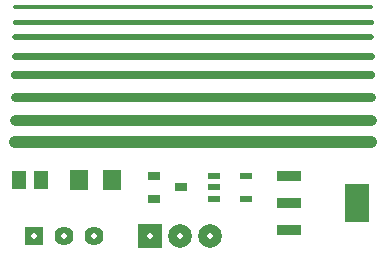
<source format=gbr>
G04 DipTrace 3.1.0.0*
G04 Top.gbr*
%MOIN*%
G04 #@! TF.FileFunction,Copper,L1,Top*
G04 #@! TF.Part,Single*
%ADD19C,0.019685*%
G04 #@! TA.AperFunction,Conductor*
%ADD13C,0.027559*%
%ADD14C,0.031496*%
%ADD15C,0.035433*%
%ADD16C,0.03937*%
%ADD17C,0.015748*%
%ADD18C,0.023622*%
%ADD20C,0.011811*%
%ADD21R,0.051181X0.059055*%
%ADD22R,0.062992X0.070866*%
%ADD24R,0.041339X0.025591*%
G04 #@! TA.AperFunction,ComponentPad*
%ADD25R,0.07874X0.07874*%
%ADD26C,0.07874*%
%ADD27R,0.06378X0.06378*%
%ADD28C,0.06378*%
%ADD30R,0.084646X0.037402*%
%ADD31R,0.084646X0.127953*%
%ADD33R,0.043307X0.023622*%
%FSLAX26Y26*%
G04*
G70*
G90*
G75*
G01*
G04 Top*
%LPD*%
X481201Y1131201D2*
D13*
X1668701D1*
X481201Y1056201D2*
D14*
X1668701D1*
X481201Y981201D2*
D15*
X1668701D1*
X481201Y906201D2*
D16*
X1668701D1*
X481201Y1306201D2*
D17*
X1668701D1*
X481201Y1193701D2*
D18*
X1668701D1*
X481201Y1256201D2*
D19*
X1668701D1*
X481201Y1356201D2*
D20*
X1668701D1*
D21*
X493701Y781201D3*
X568504D3*
D22*
X693701D3*
X803937D3*
D24*
X943701Y793701D3*
Y718898D3*
X1034252Y756299D3*
D25*
X931201Y593701D3*
D26*
X1031201D3*
X1131201D3*
D27*
X543701D3*
D28*
X643701D3*
X743701D3*
D30*
X1393701Y793701D3*
Y703150D3*
Y612598D3*
D31*
X1622047Y703150D3*
D33*
X1143701Y793701D3*
Y756299D3*
Y718898D3*
X1250000D3*
Y793701D3*
G04 Top Clear*
%LPC*%
D19*
X931201Y593701D3*
X1031201D3*
X1131201D3*
X543701D3*
X643701D3*
X743701D3*
M02*

</source>
